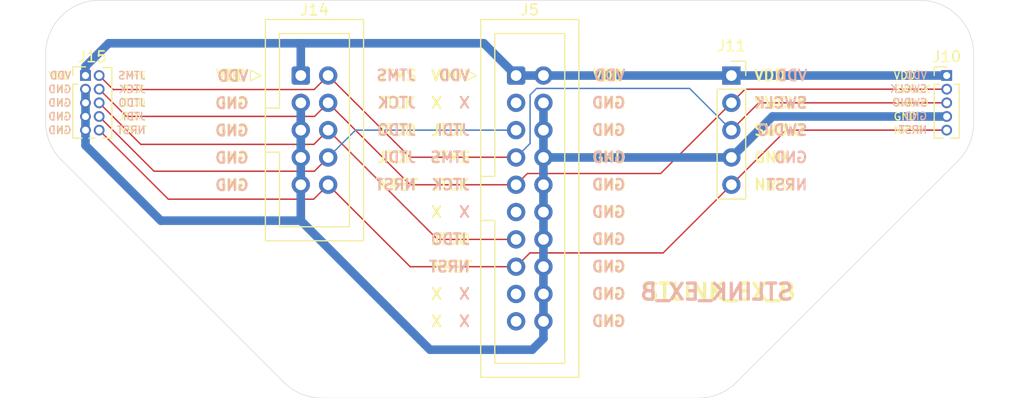
<source format=kicad_pcb>
(kicad_pcb (version 20241229) (generator "pcbnew") (generator_version "9.0")
  (layers (0 "F.Cu" signal) (2 "B.Cu" signal) (13 "F.Paste" user) (15 "B.Paste" user) (5 "F.SilkS" user "F.Silkscreen") (7 "B.SilkS" user "B.Silkscreen") (1 "F.Mask" user) (3 "B.Mask" user) (25 "Edge.Cuts" user))
  (net 0 "")
  (net 1 "/NRST")
  (net 2 "/JTDI")
  (net 3 "/GND")
  (net 4 "/JTDO")
  (net 5 "/JTCK")
  (net 6 "/MCU VDD")
  (net 10 "/NJTRST")
  (net 11 "/JTMS")
  (footprint "Connector_PinSocket_2.54mm:PinSocket_1x05_P2.54mm_Vertical" (layer "F.Cu") (at 120 100)
    (property "Reference" "J11" (at 0 -2.77 0) (layer "F.SilkS"))
    (property "Value" "PINHD_1x5_Female")
    (fp_line (start -1.33 1.27) (end -1.33 11.49) (stroke (width 0.12)) (layer "F.SilkS"))
    (fp_line (start -1.33 1.27) (end 1.33 1.27) (stroke (width 0.12)) (layer "F.SilkS"))
    (fp_line (start -1.33 11.49) (end 1.33 11.49) (stroke (width 0.12)) (layer "F.SilkS"))
    (fp_line (start 0 -1.33) (end 1.33 -1.33) (stroke (width 0.12)) (layer "F.SilkS"))
    (fp_line (start 1.33 -1.33) (end 1.33 0) (stroke (width 0.12)) (layer "F.SilkS"))
    (fp_line (start 1.33 1.27) (end 1.33 11.49) (stroke (width 0.12)) (layer "F.SilkS"))
    (pad "1" thru_hole rect (at 0 0) (size 1.7 1.7) (drill 1) (layers "*.Cu" "*.Mask") (net 6 "/MCU VDD"))
    (pad "2" thru_hole circle (at 0 2.54) (size 1.7 1.7) (drill 1) (layers "*.Cu" "*.Mask") (net 5 "/JTCK"))
    (pad "3" thru_hole circle (at 0 5.08) (size 1.7 1.7) (drill 1) (layers "*.Cu" "*.Mask") (net 11 "/JTMS"))
    (pad "4" thru_hole circle (at 0 7.62) (size 1.7 1.7) (drill 1) (layers "*.Cu" "*.Mask") (net 3 "/GND"))
    (pad "5" thru_hole circle (at 0 10.16) (size 1.7 1.7) (drill 1) (layers "*.Cu" "*.Mask") (net 1 "/NRST"))
  )
  (footprint "Connector_PinHeader_1.27mm:PinHeader_2x05_P1.27mm_Vertical" (layer "F.Cu") (at 60 100)
    (property "Reference" "J15" (at 0.635 -1.745 0) (layer "F.SilkS"))
    (property "Value" "Conn_02x05_Odd_Even")
    (fp_line (start -1.18 -0.81) (end 0 -0.81) (stroke (width 0.12)) (layer "F.SilkS"))
    (fp_line (start -1.18 0) (end -1.18 -0.81) (stroke (width 0.12)) (layer "F.SilkS"))
    (fp_line (start -1.18 0.81) (end -1.18 5.825) (stroke (width 0.12)) (layer "F.SilkS"))
    (fp_line (start -1.18 0.81) (end -0.666708 0.81) (stroke (width 0.12)) (layer "F.SilkS"))
    (fp_line (start -1.18 5.825) (end -0.317923 5.825) (stroke (width 0.12)) (layer "F.SilkS"))
    (fp_line (start 0.317923 5.825) (end 0.952077 5.825) (stroke (width 0.12)) (layer "F.SilkS"))
    (fp_line (start 1.587923 -0.745) (end 2.45 -0.745) (stroke (width 0.12)) (layer "F.SilkS"))
    (fp_line (start 1.587923 5.825) (end 2.45 5.825) (stroke (width 0.12)) (layer "F.SilkS"))
    (fp_line (start 2.45 -0.745) (end 2.45 5.825) (stroke (width 0.12)) (layer "F.SilkS"))
    (pad "1" thru_hole rect (at 0 0) (size 1 1) (drill 0.65) (layers "*.Cu" "*.Mask") (net 6 "/MCU VDD"))
    (pad "2" thru_hole circle (at 1.27 0) (size 1 1) (drill 0.65) (layers "*.Cu" "*.Mask") (net 11 "/JTMS"))
    (pad "3" thru_hole circle (at 0 1.27) (size 1 1) (drill 0.65) (layers "*.Cu" "*.Mask") (net 3 "/GND"))
    (pad "4" thru_hole circle (at 1.27 1.27) (size 1 1) (drill 0.65) (layers "*.Cu" "*.Mask") (net 5 "/JTCK"))
    (pad "5" thru_hole circle (at 0 2.54) (size 1 1) (drill 0.65) (layers "*.Cu" "*.Mask") (net 3 "/GND"))
    (pad "6" thru_hole circle (at 1.27 2.54) (size 1 1) (drill 0.65) (layers "*.Cu" "*.Mask") (net 4 "/JTDO"))
    (pad "7" thru_hole circle (at 0 3.81) (size 1 1) (drill 0.65) (layers "*.Cu" "*.Mask") (net 3 "/GND"))
    (pad "8" thru_hole circle (at 1.27 3.81) (size 1 1) (drill 0.65) (layers "*.Cu" "*.Mask") (net 2 "/JTDI"))
    (pad "9" thru_hole circle (at 0 5.08) (size 1 1) (drill 0.65) (layers "*.Cu" "*.Mask") (net 3 "/GND"))
    (pad "10" thru_hole circle (at 1.27 5.08) (size 1 1) (drill 0.65) (layers "*.Cu" "*.Mask") (net 1 "/NRST"))
  )
  (footprint "Connector_IDC:IDC-Header_2x05_P2.54mm_Vertical" (layer "F.Cu") (at 80 100)
    (property "Reference" "J14" (at 1.27 -6.1 0) (layer "F.SilkS"))
    (property "Value" "Conn_02x05_Odd_Even")
    (fp_line (start -4.68 -0.5) (end -4.68 0.5) (stroke (width 0.12)) (layer "F.SilkS"))
    (fp_line (start -4.68 0.5) (end -3.68 0) (stroke (width 0.12)) (layer "F.SilkS"))
    (fp_line (start -3.68 0) (end -4.68 -0.5) (stroke (width 0.12)) (layer "F.SilkS"))
    (fp_line (start -3.29 -5.21) (end 5.83 -5.21) (stroke (width 0.12)) (layer "F.SilkS"))
    (fp_line (start -3.29 3.03) (end -1.98 3.03) (stroke (width 0.12)) (layer "F.SilkS"))
    (fp_line (start -3.29 15.37) (end -3.29 -5.21) (stroke (width 0.12)) (layer "F.SilkS"))
    (fp_line (start -1.98 -3.91) (end 4.52 -3.91) (stroke (width 0.12)) (layer "F.SilkS"))
    (fp_line (start -1.98 3.03) (end -1.98 -3.91) (stroke (width 0.12)) (layer "F.SilkS"))
    (fp_line (start -1.98 7.13) (end -3.29 7.13) (stroke (width 0.12)) (layer "F.SilkS"))
    (fp_line (start -1.98 7.13) (end -1.98 7.13) (stroke (width 0.12)) (layer "F.SilkS"))
    (fp_line (start -1.98 14.07) (end -1.98 7.13) (stroke (width 0.12)) (layer "F.SilkS"))
    (fp_line (start 4.52 -3.91) (end 4.52 14.07) (stroke (width 0.12)) (layer "F.SilkS"))
    (fp_line (start 4.52 14.07) (end -1.98 14.07) (stroke (width 0.12)) (layer "F.SilkS"))
    (fp_line (start 5.83 -5.21) (end 5.83 15.37) (stroke (width 0.12)) (layer "F.SilkS"))
    (fp_line (start 5.83 15.37) (end -3.29 15.37) (stroke (width 0.12)) (layer "F.SilkS"))
    (pad "1" thru_hole roundrect (at 0 0) (size 1.7 1.7) (drill 1) (layers "*.Cu" "*.Mask") (roundrect_rratio 0.147059) (net 6 "/MCU VDD"))
    (pad "2" thru_hole circle (at 2.54 0) (size 1.7 1.7) (drill 1) (layers "*.Cu" "*.Mask") (net 11 "/JTMS"))
    (pad "3" thru_hole circle (at 0 2.54) (size 1.7 1.7) (drill 1) (layers "*.Cu" "*.Mask") (net 3 "/GND"))
    (pad "4" thru_hole circle (at 2.54 2.54) (size 1.7 1.7) (drill 1) (layers "*.Cu" "*.Mask") (net 5 "/JTCK"))
    (pad "5" thru_hole circle (at 0 5.08) (size 1.7 1.7) (drill 1) (layers "*.Cu" "*.Mask") (net 3 "/GND"))
    (pad "6" thru_hole circle (at 2.54 5.08) (size 1.7 1.7) (drill 1) (layers "*.Cu" "*.Mask") (net 4 "/JTDO"))
    (pad "7" thru_hole circle (at 0 7.62) (size 1.7 1.7) (drill 1) (layers "*.Cu" "*.Mask") (net 3 "/GND"))
    (pad "8" thru_hole circle (at 2.54 7.62) (size 1.7 1.7) (drill 1) (layers "*.Cu" "*.Mask") (net 2 "/JTDI"))
    (pad "9" thru_hole circle (at 0 10.16) (size 1.7 1.7) (drill 1) (layers "*.Cu" "*.Mask") (net 3 "/GND"))
    (pad "10" thru_hole circle (at 2.54 10.16) (size 1.7 1.7) (drill 1) (layers "*.Cu" "*.Mask") (net 1 "/NRST"))
  )
  (footprint "Connector_PinHeader_1.27mm:PinHeader_1x05_P1.27mm_Vertical" (layer "F.Cu") (at 140 100)
    (property "Reference" "J10" (at 0 -1.745 0) (layer "F.SilkS"))
    (property "Value" "PINHD_1x5_Female")
    (fp_line (start -1.16 -0.81) (end 0 -0.81) (stroke (width 0.12)) (layer "F.SilkS"))
    (fp_line (start -1.16 0) (end -1.16 -0.81) (stroke (width 0.12)) (layer "F.SilkS"))
    (fp_line (start -1.16 0.81) (end -1.16 5.825) (stroke (width 0.12)) (layer "F.SilkS"))
    (fp_line (start -1.16 0.81) (end -0.666708 0.81) (stroke (width 0.12)) (layer "F.SilkS"))
    (fp_line (start -1.16 5.825) (end -0.317923 5.825) (stroke (width 0.12)) (layer "F.SilkS"))
    (fp_line (start 0.317923 5.825) (end 1.16 5.825) (stroke (width 0.12)) (layer "F.SilkS"))
    (fp_line (start 0.666708 0.81) (end 1.16 0.81) (stroke (width 0.12)) (layer "F.SilkS"))
    (fp_line (start 1.16 0.81) (end 1.16 5.825) (stroke (width 0.12)) (layer "F.SilkS"))
    (pad "1" thru_hole rect (at 0 0) (size 1 1) (drill 0.65) (layers "*.Cu" "*.Mask") (net 6 "/MCU VDD"))
    (pad "2" thru_hole circle (at 0 1.27) (size 1 1) (drill 0.65) (layers "*.Cu" "*.Mask") (net 5 "/JTCK"))
    (pad "3" thru_hole circle (at 0 2.54) (size 1 1) (drill 0.65) (layers "*.Cu" "*.Mask") (net 11 "/JTMS"))
    (pad "4" thru_hole circle (at 0 3.81) (size 1 1) (drill 0.65) (layers "*.Cu" "*.Mask") (net 3 "/GND"))
    (pad "5" thru_hole circle (at 0 5.08) (size 1 1) (drill 0.65) (layers "*.Cu" "*.Mask") (net 1 "/NRST"))
  )
  (footprint "Connector_IDC:IDC-Header_2x10_P2.54mm_Vertical" (layer "F.Cu") (at 100 100)
    (property "Reference" "J5" (at 1.27 -6.1 0) (layer "F.SilkS"))
    (property "Value" "Conn_02x10_Odd_Even")
    (fp_line (start -4.68 -0.5) (end -4.68 0.5) (stroke (width 0.12)) (layer "F.SilkS"))
    (fp_line (start -4.68 0.5) (end -3.68 0) (stroke (width 0.12)) (layer "F.SilkS"))
    (fp_line (start -3.68 0) (end -4.68 -0.5) (stroke (width 0.12)) (layer "F.SilkS"))
    (fp_line (start -3.29 -5.21) (end 5.83 -5.21) (stroke (width 0.12)) (layer "F.SilkS"))
    (fp_line (start -3.29 9.38) (end -1.98 9.38) (stroke (width 0.12)) (layer "F.SilkS"))
    (fp_line (start -3.29 28.07) (end -3.29 -5.21) (stroke (width 0.12)) (layer "F.SilkS"))
    (fp_line (start -1.98 -3.91) (end 4.52 -3.91) (stroke (width 0.12)) (layer "F.SilkS"))
    (fp_line (start -1.98 9.38) (end -1.98 -3.91) (stroke (width 0.12)) (layer "F.SilkS"))
    (fp_line (start -1.98 13.48) (end -3.29 13.48) (stroke (width 0.12)) (layer "F.SilkS"))
    (fp_line (start -1.98 13.48) (end -1.98 13.48) (stroke (width 0.12)) (layer "F.SilkS"))
    (fp_line (start -1.98 26.77) (end -1.98 13.48) (stroke (width 0.12)) (layer "F.SilkS"))
    (fp_line (start 4.52 -3.91) (end 4.52 26.77) (stroke (width 0.12)) (layer "F.SilkS"))
    (fp_line (start 4.52 26.77) (end -1.98 26.77) (stroke (width 0.12)) (layer "F.SilkS"))
    (fp_line (start 5.83 -5.21) (end 5.83 28.07) (stroke (width 0.12)) (layer "F.SilkS"))
    (fp_line (start 5.83 28.07) (end -3.29 28.07) (stroke (width 0.12)) (layer "F.SilkS"))
    (pad "1" thru_hole roundrect (at 0 0) (size 1.7 1.7) (drill 1) (layers "*.Cu" "*.Mask") (roundrect_rratio 0.147059) (net 6 "/MCU VDD"))
    (pad "2" thru_hole circle (at 2.54 0) (size 1.7 1.7) (drill 1) (layers "*.Cu" "*.Mask") (net 6 "/MCU VDD"))
    (pad "3" thru_hole circle (at 0 2.54) (size 1.7 1.7) (drill 1) (layers "*.Cu" "*.Mask") (net 10 "/NJTRST"))
    (pad "4" thru_hole circle (at 2.54 2.54) (size 1.7 1.7) (drill 1) (layers "*.Cu" "*.Mask") (net 3 "/GND"))
    (pad "5" thru_hole circle (at 0 5.08) (size 1.7 1.7) (drill 1) (layers "*.Cu" "*.Mask") (net 2 "/JTDI"))
    (pad "6" thru_hole circle (at 2.54 5.08) (size 1.7 1.7) (drill 1) (layers "*.Cu" "*.Mask") (net 3 "/GND"))
    (pad "7" thru_hole circle (at 0 7.62) (size 1.7 1.7) (drill 1) (layers "*.Cu" "*.Mask") (net 11 "/JTMS"))
    (pad "8" thru_hole circle (at 2.54 7.62) (size 1.7 1.7) (drill 1) (layers "*.Cu" "*.Mask") (net 3 "/GND"))
    (pad "9" thru_hole circle (at 0 10.16) (size 1.7 1.7) (drill 1) (layers "*.Cu" "*.Mask") (net 5 "/JTCK"))
    (pad "10" thru_hole circle (at 2.54 10.16) (size 1.7 1.7) (drill 1) (layers "*.Cu" "*.Mask") (net 3 "/GND"))
    (pad "11" thru_hole circle (at 0 12.7) (size 1.7 1.7) (drill 1) (layers "*.Cu" "*.Mask"))
    (pad "12" thru_hole circle (at 2.54 12.7) (size 1.7 1.7) (drill 1) (layers "*.Cu" "*.Mask") (net 3 "/GND"))
    (pad "13" thru_hole circle (at 0 15.24) (size 1.7 1.7) (drill 1) (layers "*.Cu" "*.Mask") (net 4 "/JTDO"))
    (pad "14" thru_hole circle (at 2.54 15.24) (size 1.7 1.7) (drill 1) (layers "*.Cu" "*.Mask") (net 3 "/GND"))
    (pad "15" thru_hole circle (at 0 17.78) (size 1.7 1.7) (drill 1) (layers "*.Cu" "*.Mask") (net 1 "/NRST"))
    (pad "16" thru_hole circle (at 2.54 17.78) (size 1.7 1.7) (drill 1) (layers "*.Cu" "*.Mask") (net 3 "/GND"))
    (pad "17" thru_hole circle (at 0 20.32) (size 1.7 1.7) (drill 1) (layers "*.Cu" "*.Mask"))
    (pad "18" thru_hole circle (at 2.54 20.32) (size 1.7 1.7) (drill 1) (layers "*.Cu" "*.Mask") (net 3 "/GND"))
    (pad "19" thru_hole circle (at 0 22.86) (size 1.7 1.7) (drill 1) (layers "*.Cu" "*.Mask"))
    (pad "20" thru_hole circle (at 2.54 22.86) (size 1.7 1.7) (drill 1) (layers "*.Cu" "*.Mask") (net 3 "/GND"))
  )
  (gr_line (start 137.5 93) (end 61.3 93) (stroke (width 0.05)) (layer "Edge.Cuts"))
  (gr_arc (start 120.464466 128.535534) (mid 118.842349 129.619398) (end 116.928932 130) (stroke (width 0.05)) (layer "Edge.Cuts"))
  (gr_arc (start 57.764466 107.864466) (mid 56.680602 106.242349) (end 56.3 104.328932) (stroke (width 0.05)) (layer "Edge.Cuts"))
  (gr_line (start 56.3 98) (end 56.3 104.328932) (stroke (width 0.05)) (layer "Edge.Cuts"))
  (gr_arc (start 142.5 104.428932) (mid 142.119387 106.342342) (end 141.035534 107.964466) (stroke (width 0.05)) (layer "Edge.Cuts"))
  (gr_line (start 120.464466 128.535534) (end 141.035534 107.964466) (stroke (width 0.05)) (layer "Edge.Cuts"))
  (gr_arc (start 81.971068 130) (mid 80.057658 129.619387) (end 78.435534 128.535534) (stroke (width 0.05)) (layer "Edge.Cuts"))
  (gr_arc (start 137.5 93) (mid 141.035534 94.464466) (end 142.5 98) (stroke (width 0.05)) (layer "Edge.Cuts"))
  (gr_line (start 57.764466 107.864466) (end 78.435534 128.535534) (stroke (width 0.05)) (layer "Edge.Cuts"))
  (gr_line (start 81.971068 130) (end 116.928932 130) (stroke (width 0.05)) (layer "Edge.Cuts"))
  (gr_line (start 142.5 104.428932) (end 142.5 98) (stroke (width 0.05)) (layer "Edge.Cuts"))
  (gr_arc (start 56.3 98) (mid 57.764466 94.464466) (end 61.3 93) (stroke (width 0.05)) (layer "Edge.Cuts"))
  (gr_text "GND" (at 72 107.62 0) (layer "F.SilkS") (effects (font (size 1 1) (thickness 0.2) (bold yes)) (justify left)))
  (gr_text "JTMS" (at 87 100 0) (layer "F.SilkS") (effects (font (size 1 1) (thickness 0.2) (bold yes)) (justify left)))
  (gr_text "JTDI" (at 87 107.62 0) (layer "F.SilkS") (effects (font (size 1 1) (thickness 0.2) (bold yes)) (justify left)))
  (gr_text "X" (at 92 102.54 0) (layer "F.SilkS") (effects (font (size 1 1) (thickness 0.2) (bold yes)) (justify left)))
  (gr_text "X" (at 92 112.7 0) (layer "F.SilkS") (effects (font (size 1 1) (thickness 0.2) (bold yes)) (justify left)))
  (gr_text "GND" (at 72 105.08 0) (layer "F.SilkS") (effects (font (size 1 1) (thickness 0.2) (bold yes)) (justify left)))
  (gr_text "GND" (at 107 105.08 0) (layer "F.SilkS") (effects (font (size 1 1) (thickness 0.2) (bold yes)) (justify left)))
  (gr_text "GND" (at 107 112.7 0) (layer "F.SilkS") (effects (font (size 1 1) (thickness 0.2) (bold yes)) (justify left)))
  (gr_text "NRST" (at 122 110.16 0) (layer "F.SilkS") (effects (font (size 1 1) (thickness 0.2) (bold yes)) (justify left)))
  (gr_text "JTCK" (at 87 102.54 0) (layer "F.SilkS") (effects (font (size 1 1) (thickness 0.2) (bold yes)) (justify left)))
  (gr_text "GND" (at 72 102.54 0) (layer "F.SilkS") (effects (font (size 1 1) (thickness 0.2) (bold yes)) (justify left)))
  (gr_text "JTCK" (at 63 101.27 0) (layer "F.SilkS") (effects (font (size 0.7 0.7) (thickness 0.12) (bold yes)) (justify left)))
  (gr_text "NRST" (at 92 117.78 0) (layer "F.SilkS") (effects (font (size 1 1) (thickness 0.2) (bold yes)) (justify left)))
  (gr_text "VDD" (at 135 100 0) (layer "F.SilkS") (effects (font (size 0.7 0.7) (thickness 0.12) (bold yes)) (justify left)))
  (gr_text "NRST" (at 135 105.08 0) (layer "F.SilkS") (effects (font (size 0.7 0.7) (thickness 0.12) (bold yes)) (justify left)))
  (gr_text "GND" (at 122 107.62 0) (layer "F.SilkS") (effects (font (size 1 1) (thickness 0.2) (bold yes)) (justify left)))
  (gr_text "GND" (at 72 110.16 0) (layer "F.SilkS") (effects (font (size 1 1) (thickness 0.2) (bold yes)) (justify left)))
  (gr_text "SWCLK" (at 135 101.27 0) (layer "F.SilkS") (effects (font (size 0.7 0.7) (thickness 0.12) (bold yes)) (justify left)))
  (gr_text "X" (at 92 120.32 0) (layer "F.SilkS") (effects (font (size 1 1) (thickness 0.2) (bold yes)) (justify left)))
  (gr_text "VDD" (at 72 100 0) (layer "F.SilkS") (effects (font (size 1 1) (thickness 0.2) (bold yes)) (justify left)))
  (gr_text "VDD" (at 122 100 0) (layer "F.SilkS") (effects (font (size 1 1) (thickness 0.2) (bold yes)) (justify left)))
  (gr_text "JTDO" (at 87 105.08 0) (layer "F.SilkS") (effects (font (size 1 1) (thickness 0.2) (bold yes)) (justify left)))
  (gr_text "GND" (at 56.5 102.54 0) (layer "F.SilkS") (effects (font (size 0.7 0.7) (thickness 0.12) (bold yes)) (justify left)))
  (gr_text "STLINK_EX_B" (at 111.6 121 0) (layer "F.SilkS") (effects (font (size 1.5 1.5) (thickness 0.3) (bold yes)) (justify left bottom)))
  (gr_text "GND" (at 56.5 101.27 0) (layer "F.SilkS") (effects (font (size 0.7 0.7) (thickness 0.12) (bold yes)) (justify left)))
  (gr_text "JTDO" (at 92 115.24 0) (layer "F.SilkS") (effects (font (size 1 1) (thickness 0.2) (bold yes)) (justify left)))
  (gr_text "JTDI" (at 92 105.08 0) (layer "F.SilkS") (effects (font (size 1 1) (thickness 0.2) (bold yes)) (justify left)))
  (gr_text "VDD" (at 56.5 100 0) (layer "F.SilkS") (effects (font (size 0.7 0.7) (thickness 0.12) (bold yes)) (justify left)))
  (gr_text "SWCLK" (at 122 102.54 0) (layer "F.SilkS") (effects (font (size 1 1) (thickness 0.2) (bold yes)) (justify left)))
  (gr_text "JTCK" (at 92 110.16 0) (layer "F.SilkS") (effects (font (size 1 1) (thickness 0.2) (bold yes)) (justify left)))
  (gr_text "GND" (at 56.5 103.81 0) (layer "F.SilkS") (effects (font (size 0.7 0.7) (thickness 0.12) (bold yes)) (justify left)))
  (gr_text "GND" (at 107 115.24 0) (layer "F.SilkS") (effects (font (size 1 1) (thickness 0.2) (bold yes)) (justify left)))
  (gr_text "JTMS\n" (at 63 100 0) (layer "F.SilkS") (effects (font (size 0.7 0.7) (thickness 0.12) (bold yes)) (justify left)))
  (gr_text "GND" (at 107 102.54 0) (layer "F.SilkS") (effects (font (size 1 1) (thickness 0.2) (bold yes)) (justify left)))
  (gr_text "VDD" (at 92 100 0) (layer "F.SilkS") (effects (font (size 1 1) (thickness 0.2) (bold yes)) (justify left)))
  (gr_text "GND" (at 107 120.32 0) (layer "F.SilkS") (effects (font (size 1 1) (thickness 0.2) (bold yes)) (justify left)))
  (gr_text "VDD" (at 107 100 0) (layer "F.SilkS") (effects (font (size 1 1) (thickness 0.2) (bold yes)) (justify left)))
  (gr_text "GND" (at 107 122.86 0) (layer "F.SilkS") (effects (font (size 1 1) (thickness 0.2) (bold yes)) (justify left)))
  (gr_text "SWDIO" (at 122 105.08 0) (layer "F.SilkS") (effects (font (size 1 1) (thickness 0.2) (bold yes)) (justify left)))
  (gr_text "JTMS" (at 92 107.62 0) (layer "F.SilkS") (effects (font (size 1 1) (thickness 0.2) (bold yes)) (justify left)))
  (gr_text "GND" (at 107 107.62 0) (layer "F.SilkS") (effects (font (size 1 1) (thickness 0.2) (bold yes)) (justify left)))
  (gr_text "X" (at 92 122.86 0) (layer "F.SilkS") (effects (font (size 1 1) (thickness 0.2) (bold yes)) (justify left)))
  (gr_text "JTDI" (at 63 103.81 0) (layer "F.SilkS") (effects (font (size 0.7 0.7) (thickness 0.12) (bold yes)) (justify left)))
  (gr_text "NRST" (at 63 105.08 0) (layer "F.SilkS") (effects (font (size 0.7 0.7) (thickness 0.12) (bold yes)) (justify left)))
  (gr_text "SWDIO" (at 135 102.54 0) (layer "F.SilkS") (effects (font (size 0.7 0.7) (thickness 0.12) (bold yes)) (justify left)))
  (gr_text "JTDO" (at 63 102.54 0) (layer "F.SilkS") (effects (font (size 0.7 0.7) (thickness 0.12) (bold yes)) (justify left)))
  (gr_text "GND" (at 135 103.81 0) (layer "F.SilkS") (effects (font (size 0.7 0.7) (thickness 0.12) (bold yes)) (justify left)))
  (gr_text "NRST" (at 87 110.16 0) (layer "F.SilkS") (effects (font (size 1 1) (thickness 0.2) (bold yes)) (justify left)))
  (gr_text "GND" (at 107 117.78 0) (layer "F.SilkS") (effects (font (size 1 1) (thickness 0.2) (bold yes)) (justify left)))
  (gr_text "GND" (at 56.5 105.08 0) (layer "F.SilkS") (effects (font (size 0.7 0.7) (thickness 0.12) (bold yes)) (justify left)))
  (gr_text "GND" (at 107 110.16 0) (layer "F.SilkS") (effects (font (size 1 1) (thickness 0.2) (bold yes)) (justify left)))
  (gr_text "GND" (at 110.247618 117.77 -0) (layer "B.SilkS") (effects (font (size 1 1) (thickness 0.2) (bold yes)) (justify left mirror)))
  (gr_text "JTMS" (at 95.811904 107.61 -0) (layer "B.SilkS") (effects (font (size 1 1) (thickness 0.2) (bold yes)) (justify left mirror)))
  (gr_text "GND" (at 110.247618 112.69 -0) (layer "B.SilkS") (effects (font (size 1 1) (thickness 0.2) (bold yes)) (justify left mirror)))
  (gr_text "NRST" (at 127.160714 110.16 -0) (layer "B.SilkS") (effects (font (size 1 1) (thickness 0.2) (bold yes)) (justify left mirror)))
  (gr_text "NRST" (at 138.253334 105.05 -0) (layer "B.SilkS") (effects (font (size 0.7 0.7) (thickness 0.12) (bold yes)) (justify left mirror)))
  (gr_text "JTCK" (at 65.653332 101.27 -0) (layer "B.SilkS") (effects (font (size 0.7 0.7) (thickness 0.12) (bold yes)) (justify left mirror)))
  (gr_text "X" (at 95.811904 112.69 -0) (layer "B.SilkS") (effects (font (size 1 1) (thickness 0.2) (bold yes)) (justify left mirror)))
  (gr_text "GND" (at 110.247618 102.53 -0) (layer "B.SilkS") (effects (font (size 1 1) (thickness 0.2) (bold yes)) (justify left mirror)))
  (gr_text "GND" (at 75.247618 110.2 -0) (layer "B.SilkS") (effects (font (size 1 1) (thickness 0.2) (bold yes)) (justify left mirror)))
  (gr_text "STLINK_EX_B" (at 125.9 121 -0) (layer "B.SilkS") (effects (font (size 1.5 1.5) (thickness 0.3) (bold yes)) (justify left bottom mirror)))
  (gr_text "GND" (at 110.247618 115.23 -0) (layer "B.SilkS") (effects (font (size 1 1) (thickness 0.2) (bold yes)) (justify left mirror)))
  (gr_text "GND" (at 58.753332 101.27 -0) (layer "B.SilkS") (effects (font (size 0.7 0.7) (thickness 0.12) (bold yes)) (justify left mirror)))
  (gr_text "GND" (at 110.247618 107.61 -0) (layer "B.SilkS") (effects (font (size 1 1) (thickness 0.2) (bold yes)) (justify left mirror)))
  (gr_text "VDD" (at 75.247618 100.04 -0) (layer "B.SilkS") (effects (font (size 1 1) (thickness 0.2) (bold yes)) (justify left mirror)))
  (gr_text "JTDI" (at 65.653332 103.81 -0) (layer "B.SilkS") (effects (font (size 0.7 0.7) (thickness 0.12) (bold yes)) (justify left mirror)))
  (gr_text "GND" (at 110.247618 105.07 -0) (layer "B.SilkS") (effects (font (size 1 1) (thickness 0.2) (bold yes)) (justify left mirror)))
  (gr_text "JTCK" (at 90.811904 102.53 -0) (layer "B.SilkS") (effects (font (size 1 1) (thickness 0.2) (bold yes)) (justify left mirror)))
  (gr_text "JTDI" (at 90.811904 107.61 -0) (layer "B.SilkS") (effects (font (size 1 1) (thickness 0.2) (bold yes)) (justify left mirror)))
  (gr_text "SWDIO" (at 138.253334 102.51 -0) (layer "B.SilkS") (effects (font (size 0.7 0.7) (thickness 0.12) (bold yes)) (justify left mirror)))
  (gr_text "NRST" (at 90.811904 110.15 -0) (layer "B.SilkS") (effects (font (size 1 1) (thickness 0.2) (bold yes)) (justify left mirror)))
  (gr_text "GND" (at 58.753332 105.08 -0) (layer "B.SilkS") (effects (font (size 0.7 0.7) (thickness 0.12) (bold yes)) (justify left mirror)))
  (gr_text "GND" (at 75.247618 102.58 -0) (layer "B.SilkS") (effects (font (size 1 1) (thickness 0.2) (bold yes)) (justify left mirror)))
  (gr_text "JTDI" (at 95.811904 105.07 -0) (layer "B.SilkS") (effects (font (size 1 1) (thickness 0.2) (bold yes)) (justify left mirror)))
  (gr_text "VDD" (at 95.811904 99.99 -0) (layer "B.SilkS") (effects (font (size 1 1) (thickness 0.2) (bold yes)) (justify left mirror)))
  (gr_text "VDD" (at 138.253334 99.97 -0) (layer "B.SilkS") (effects (font (size 0.7 0.7) (thickness 0.12) (bold yes)) (justify left mirror)))
  (gr_text "NRST" (at 65.653332 105.08 -0) (layer "B.SilkS") (effects (font (size 0.7 0.7) (thickness 0.12) (bold yes)) (justify left mirror)))
  (gr_text "X" (at 95.811904 102.53 -0) (layer "B.SilkS") (effects (font (size 1 1) (thickness 0.2) (bold yes)) (justify left mirror)))
  (gr_text "JTDO" (at 65.653332 102.54 -0) (layer "B.SilkS") (effects (font (size 0.7 0.7) (thickness 0.12) (bold yes)) (justify left mirror)))
  (gr_text "SWCLK" (at 138.253334 101.24 -0) (layer "B.SilkS") (effects (font (size 0.7 0.7) (thickness 0.12) (bold yes)) (justify left mirror)))
  (gr_text "JTCK" (at 95.811904 110.15 -0) (layer "B.SilkS") (effects (font (size 1 1) (thickness 0.2) (bold yes)) (justify left mirror)))
  (gr_text "JTDO" (at 95.811904 115.23 -0) (layer "B.SilkS") (effects (font (size 1 1) (thickness 0.2) (bold yes)) (justify left mirror)))
  (gr_text "GND" (at 75.247618 107.66 -0) (layer "B.SilkS") (effects (font (size 1 1) (thickness 0.2) (bold yes)) (justify left mirror)))
  (gr_text "GND" (at 127.160714 107.62 -0) (layer "B.SilkS") (effects (font (size 1 1) (thickness 0.2) (bold yes)) (justify left mirror)))
  (gr_text "GND" (at 138.253334 103.78 -0) (layer "B.SilkS") (effects (font (size 0.7 0.7) (thickness 0.12) (bold yes)) (justify left mirror)))
  (gr_text "VDD" (at 110.247618 99.99 -0) (layer "B.SilkS") (effects (font (size 1 1) (thickness 0.2) (bold yes)) (justify left mirror)))
  (gr_text "VDD" (at 127.160714 100 -0) (layer "B.SilkS") (effects (font (size 1 1) (thickness 0.2) (bold yes)) (justify left mirror)))
  (gr_text "GND" (at 110.247618 122.85 -0) (layer "B.SilkS") (effects (font (size 1 1) (thickness 0.2) (bold yes)) (justify left mirror)))
  (gr_text "X" (at 95.811904 122.85 -0) (layer "B.SilkS") (effects (font (size 1 1) (thickness 0.2) (bold yes)) (justify left mirror)))
  (gr_text "JTDO" (at 90.811904 105.07 -0) (layer "B.SilkS") (effects (font (size 1 1) (thickness 0.2) (bold yes)) (justify left mirror)))
  (gr_text "GND" (at 110.247618 110.15 -0) (layer "B.SilkS") (effects (font (size 1 1) (thickness 0.2) (bold yes)) (justify left mirror)))
  (gr_text "GND" (at 110.247618 120.31 -0) (layer "B.SilkS") (effects (font (size 1 1) (thickness 0.2) (bold yes)) (justify left mirror)))
  (gr_text "JTMS\n" (at 65.653332 100 -0) (layer "B.SilkS") (effects (font (size 0.7 0.7) (thickness 0.12) (bold yes)) (justify left mirror)))
  (gr_text "JTMS" (at 90.811904 99.99 -0) (layer "B.SilkS") (effects (font (size 1 1) (thickness 0.2) (bold yes)) (justify left mirror)))
  (gr_text "GND" (at 58.753332 103.81 -0) (layer "B.SilkS") (effects (font (size 0.7 0.7) (thickness 0.12) (bold yes)) (justify left mirror)))
  (gr_text "SWDIO" (at 127.160714 105.08 -0) (layer "B.SilkS") (effects (font (size 1 1) (thickness 0.2) (bold yes)) (justify left mirror)))
  (gr_text "SWCLK" (at 127.160714 102.54 -0) (layer "B.SilkS") (effects (font (size 1 1) (thickness 0.2) (bold yes)) (justify left mirror)))
  (gr_text "X" (at 95.811904 120.31 -0) (layer "B.SilkS") (effects (font (size 1 1) (thickness 0.2) (bold yes)) (justify left mirror)))
  (gr_text "NRST" (at 95.811904 117.77 -0) (layer "B.SilkS") (effects (font (size 1 1) (thickness 0.2) (bold yes)) (justify left mirror)))
  (gr_text "VDD" (at 58.753332 100 -0) (layer "B.SilkS") (effects (font (size 0.7 0.7) (thickness 0.12) (bold yes)) (justify left mirror)))
  (gr_text "GND" (at 58.753332 102.54 -0) (layer "B.SilkS") (effects (font (size 0.7 0.7) (thickness 0.12) (bold yes)) (justify left mirror)))
  (gr_text "GND" (at 75.247618 105.12 -0) (layer "B.SilkS") (effects (font (size 1 1) (thickness 0.2) (bold yes)) (justify left mirror)))
  (segment (start 100 117.78) (end 101.28 116.5) (width 0.13) (layer "F.Cu") (net 1))
  (segment (start 140 105.08) (end 125.08 105.08) (width 0.13) (layer "F.Cu") (net 1))
  (segment (start 101.28 116.5) (end 113.66 116.5) (width 0.13) (layer "F.Cu") (net 1))
  (segment (start 67.69 111.5) (end 61.27 105.08) (width 0.13) (layer "F.Cu") (net 1))
  (segment (start 90.16 117.78) (end 82.54 110.16) (width 0.13) (layer "F.Cu") (net 1))
  (segment (start 113.66 116.5) (end 120 110.16) (width 0.13) (layer "F.Cu") (net 1))
  (segment (start 82.54 110.16) (end 81.2 111.5) (width 0.13) (layer "F.Cu") (net 1))
  (segment (start 100 117.78) (end 90.16 117.78) (width 0.13) (layer "F.Cu") (net 1))
  (segment (start 81.2 111.5) (end 67.69 111.5) (width 0.13) (layer "F.Cu") (net 1))
  (segment (start 125.08 105.08) (end 120 110.16) (width 0.13) (layer "F.Cu") (net 1))
  (segment (start 82.54 107.62) (end 81.26 108.9) (width 0.13) (layer "F.Cu") (net 2))
  (segment (start 66.36 108.9) (end 61.27 103.81) (width 0.13) (layer "F.Cu") (net 2))
  (segment (start 81.26 108.9) (end 66.36 108.9) (width 0.13) (layer "F.Cu") (net 2))
  (segment (start 85.08 105.08) (end 100 105.08) (width 0.13) (layer "B.Cu") (net 2))
  (segment (start 82.54 107.62) (end 85.08 105.08) (width 0.13) (layer "B.Cu") (net 2))
  (segment (start 120 107.62) (end 123.81 103.81) (width 0.8) (layer "B.Cu") (net 3))
  (segment (start 60 101.27) (end 60 105.08) (width 0.8) (layer "B.Cu") (net 3))
  (segment (start 80 102.54) (end 80 110.16) (width 0.8) (layer "B.Cu") (net 3))
  (segment (start 80 110.16) (end 80 113.5) (width 0.8) (layer "B.Cu") (net 3))
  (segment (start 102.54 124.46) (end 102.54 122.86) (width 0.8) (layer "B.Cu") (net 3))
  (segment (start 123.81 103.81) (end 140 103.81) (width 0.8) (layer "B.Cu") (net 3))
  (segment (start 92 125.5) (end 101.5 125.5) (width 0.8) (layer "B.Cu") (net 3))
  (segment (start 80 113.5) (end 92 125.5) (width 0.8) (layer "B.Cu") (net 3))
  (segment (start 102.54 102.54) (end 102.5 102.5) (width 0.13) (layer "B.Cu") (net 3))
  (segment (start 101.5 125.5) (end 102.54 124.46) (width 0.8) (layer "B.Cu") (net 3))
  (segment (start 102.54 102.54) (end 102.54 122.86) (width 0.8) (layer "B.Cu") (net 3))
  (segment (start 60 106.5) (end 67 113.5) (width 0.8) (layer "B.Cu") (net 3))
  (segment (start 120 107.62) (end 102.54 107.62) (width 0.8) (layer "B.Cu") (net 3))
  (segment (start 67 113.5) (end 80 113.5) (width 0.8) (layer "B.Cu") (net 3))
  (segment (start 60 105.08) (end 60 106.5) (width 0.8) (layer "B.Cu") (net 3))
  (segment (start 65.13 106.4) (end 61.27 102.54) (width 0.13) (layer "F.Cu") (net 4))
  (segment (start 82.54 105.08) (end 81.22 106.4) (width 0.13) (layer "F.Cu") (net 4))
  (segment (start 81.22 106.4) (end 65.13 106.4) (width 0.13) (layer "F.Cu") (net 4))
  (segment (start 92.7 115.24) (end 82.54 105.08) (width 0.13) (layer "F.Cu") (net 4))
  (segment (start 100 115.24) (end 92.7 115.24) (width 0.13) (layer "F.Cu") (net 4))
  (segment (start 101.046 109.114) (end 113.426 109.114) (width 0.13) (layer "F.Cu") (net 5))
  (segment (start 121.27 101.27) (end 140 101.27) (width 0.13) (layer "F.Cu") (net 5))
  (segment (start 113.426 109.114) (end 120 102.54) (width 0.13) (layer "F.Cu") (net 5))
  (segment (start 63.8 103.8) (end 81.28 103.8) (width 0.13) (layer "F.Cu") (net 5))
  (segment (start 100 110.16) (end 101.046 109.114) (width 0.13) (layer "F.Cu") (net 5))
  (segment (start 81.28 103.8) (end 82.54 102.54) (width 0.13) (layer "F.Cu") (net 5))
  (segment (start 120 102.54) (end 121.27 101.27) (width 0.13) (layer "F.Cu") (net 5))
  (segment (start 100 110.16) (end 90.16 110.16) (width 0.13) (layer "F.Cu") (net 5))
  (segment (start 61.27 101.27) (end 63.8 103.8) (width 0.13) (layer "F.Cu") (net 5))
  (segment (start 90.16 110.16) (end 82.54 102.54) (width 0.13) (layer "F.Cu") (net 5))
  (segment (start 62.15 97) (end 80.1 97) (width 0.8) (layer "B.Cu") (net 6))
  (segment (start 60 100) (end 60 99.15) (width 0.8) (layer "B.Cu") (net 6))
  (segment (start 80.1 97) (end 80 97.1) (width 0.8) (layer "B.Cu") (net 6))
  (segment (start 100 100) (end 140 100) (width 0.8) (layer "B.Cu") (net 6))
  (segment (start 80.1 97) (end 97 97) (width 0.8) (layer "B.Cu") (net 6))
  (segment (start 80 97.1) (end 80 100) (width 0.8) (layer "B.Cu") (net 6))
  (segment (start 60 99.15) (end 62.15 97) (width 0.8) (layer "B.Cu") (net 6))
  (segment (start 97 97) (end 100 100) (width 0.8) (layer "B.Cu") (net 6))
  (segment (start 61.27 100) (end 62.57 101.3) (width 0.13) (layer "F.Cu") (net 11))
  (segment (start 120 105.08) (end 122.54 102.54) (width 0.13) (layer "F.Cu") (net 11))
  (segment (start 99.98 107.6) (end 90.14 107.6) (width 0.13) (layer "F.Cu") (net 11))
  (segment (start 90.14 107.6) (end 82.54 100) (width 0.13) (layer "F.Cu") (net 11))
  (segment (start 81.24 101.3) (end 82.54 100) (width 0.13) (layer "F.Cu") (net 11))
  (segment (start 100 107.62) (end 99.98 107.6) (width 0.13) (layer "F.Cu") (net 11))
  (segment (start 62.57 101.3) (end 81.24 101.3) (width 0.13) (layer "F.Cu") (net 11))
  (segment (start 122.54 102.54) (end 140 102.54) (width 0.13) (layer "F.Cu") (net 11))
  (segment (start 101.9 101.2) (end 116.12 101.2) (width 0.13) (layer "B.Cu") (net 11))
  (segment (start 116.12 101.2) (end 120 105.08) (width 0.13) (layer "B.Cu") (net 11))
  (segment (start 101.3 106.32) (end 101.3 101.8) (width 0.13) (layer "B.Cu") (net 11))
  (segment (start 101.3 101.8) (end 101.9 101.2) (width 0.13) (layer "B.Cu") (net 11))
  (segment (start 100 107.62) (end 101.3 106.32) (width 0.13) (layer "B.Cu") (net 11))
)
</source>
